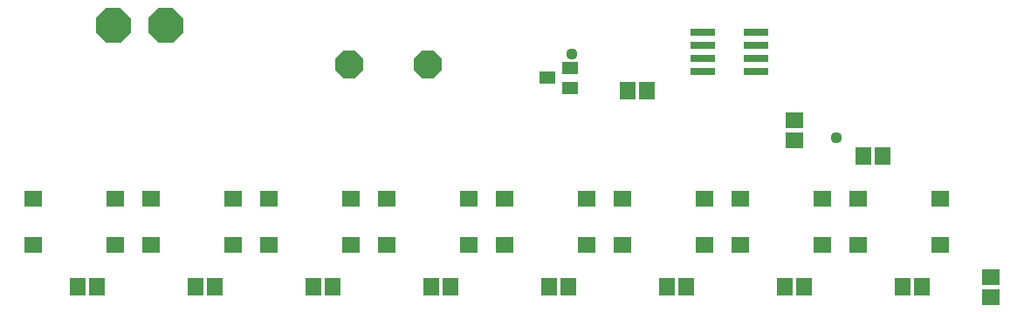
<source format=gts>
G04 EAGLE Gerber RS-274X export*
G75*
%MOMM*%
%FSLAX34Y34*%
%LPD*%
%INTop Solder Mask*%
%IPPOS*%
%AMOC8*
5,1,8,0,0,1.08239X$1,22.5*%
G01*
%ADD10P,3.629037X8X292.500000*%
%ADD11R,1.703200X1.503200*%
%ADD12R,1.503200X1.703200*%
%ADD13P,2.969212X8X202.500000*%
%ADD14R,1.603200X1.203200*%
%ADD15R,1.753200X1.503200*%
%ADD16R,2.403200X0.803200*%
%ADD17C,1.117600*%


D10*
X114300Y292100D03*
X165100Y292100D03*
D11*
X774700Y200000D03*
X774700Y181000D03*
D12*
X841400Y165100D03*
X860400Y165100D03*
D13*
X419100Y254000D03*
X342900Y254000D03*
D14*
X535100Y241300D03*
X557100Y250800D03*
X557100Y231800D03*
D12*
X612800Y228600D03*
X631800Y228600D03*
D11*
X965200Y28600D03*
X965200Y47600D03*
D12*
X79400Y38100D03*
X98400Y38100D03*
X193700Y38100D03*
X212700Y38100D03*
X308000Y38100D03*
X327000Y38100D03*
X422300Y38100D03*
X441300Y38100D03*
X536600Y38100D03*
X555600Y38100D03*
X650900Y38100D03*
X669900Y38100D03*
X765200Y38100D03*
X784200Y38100D03*
X879500Y38100D03*
X898500Y38100D03*
D15*
X36450Y79100D03*
X115950Y79100D03*
X36450Y124100D03*
X115950Y124100D03*
X150750Y79100D03*
X230250Y79100D03*
X150750Y124100D03*
X230250Y124100D03*
X265050Y79100D03*
X344550Y79100D03*
X265050Y124100D03*
X344550Y124100D03*
X379350Y79100D03*
X458850Y79100D03*
X379350Y124100D03*
X458850Y124100D03*
X493650Y79100D03*
X573150Y79100D03*
X493650Y124100D03*
X573150Y124100D03*
X607950Y79100D03*
X687450Y79100D03*
X607950Y124100D03*
X687450Y124100D03*
X722250Y79100D03*
X801750Y79100D03*
X722250Y124100D03*
X801750Y124100D03*
X836550Y79100D03*
X916050Y79100D03*
X836550Y124100D03*
X916050Y124100D03*
D16*
X685200Y273050D03*
X737200Y273050D03*
X685200Y285750D03*
X685200Y260350D03*
X685200Y247650D03*
X737200Y285750D03*
X737200Y260350D03*
X737200Y247650D03*
D17*
X558800Y264160D03*
X815340Y182880D03*
M02*

</source>
